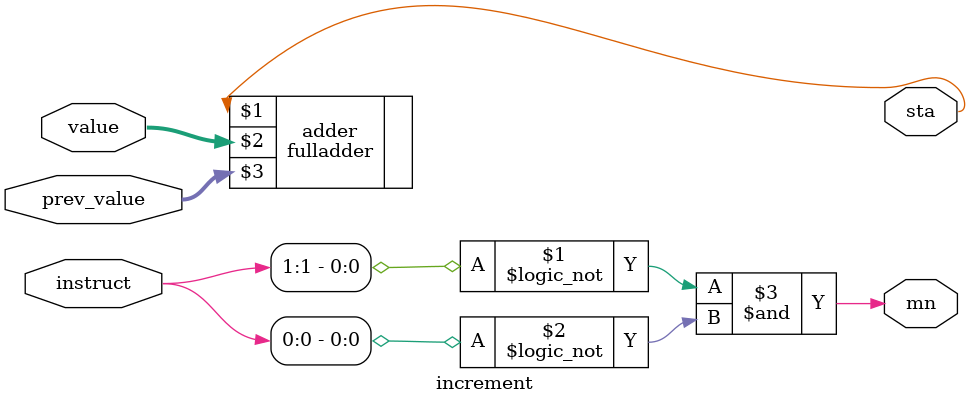
<source format=v>

`timescale 1ns / 1ns

`include "two_bit_fa.v"

module increment(value, sta, mn, prev_value, instruct);

//−−−−−−−−−−−−−Input Ports−−−−−−−−−−−−−−−−−−−−−−−−−−−−−

input [1:0] instruct; 	//input a 2 bit register from JNO
input [1:0] prev_value;

//−−−−−−−−−−−−−Output Ports−−−−−−−−−−−−−−−−−−−−−−−−−−−−

inout [1:0] value;
output sta;
output mn;

//−−−−−−−−−−−−−Input ports Data Type−−−−−−−−−−−−−−−−−−−
// By rule all the input ports should be wires
wire [1:0] instruct;
wire [1:0] clk;
wire [1:0] prev_value;

//−−−−−−−−−−−−−Output Ports Data Type−−−−−−−−−−−−−−−−−−
// Output port can be a storage element (reg) or a wire
wire [1:0] value;
wire sta;
wire mn;

//−−−−−−−−−−−−−Intermediate Wires----−−−−−−−−−−−−−−−−−−


//−−−−−−----−-−−−−−−Instructions---−−−−−−−−−−−−−−−--−−−


and (mn, !instruct[1], !instruct[0]);
fulladder adder(sta, value, prev_value);

endmodule
</source>
